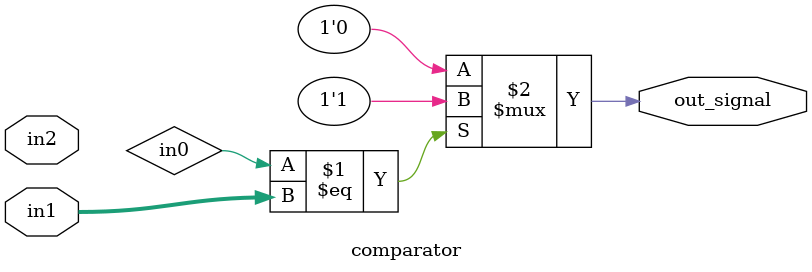
<source format=v>
module comparator #(
parameter  in1_width = 32 ,   
           in2_width =32
) (
input   wire  [31:0]  in1,in2,
output  wire          out_signal
);


assign out_signal = (in0 == in1) ? 1'b1 : 1'b0;

endmodule

</source>
